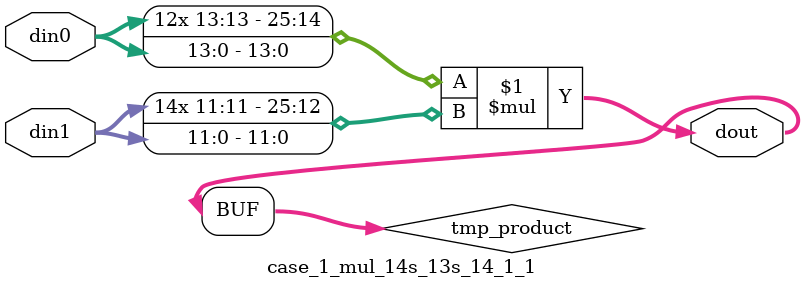
<source format=v>

`timescale 1 ns / 1 ps

 module case_1_mul_14s_13s_14_1_1(din0, din1, dout);
parameter ID = 1;
parameter NUM_STAGE = 0;
parameter din0_WIDTH = 14;
parameter din1_WIDTH = 12;
parameter dout_WIDTH = 26;

input [din0_WIDTH - 1 : 0] din0; 
input [din1_WIDTH - 1 : 0] din1; 
output [dout_WIDTH - 1 : 0] dout;

wire signed [dout_WIDTH - 1 : 0] tmp_product;



























assign tmp_product = $signed(din0) * $signed(din1);








assign dout = tmp_product;





















endmodule

</source>
